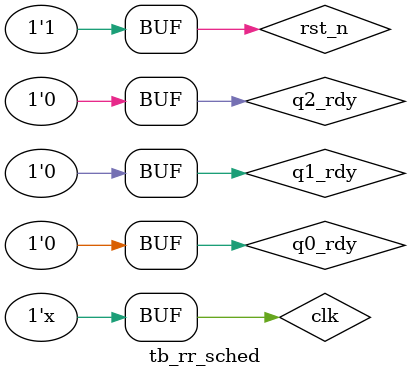
<source format=v>
`timescale 1ns / 1ps

module tb_rr_sched();
reg clk;
reg rst_n;
reg q0_rdy;
reg q1_rdy;
reg q2_rdy;
wire [2:0] sel;

initial begin
    clk = 0;
    rst_n = 0;
    q0_rdy = 0;
    q1_rdy = 0;
    q2_rdy = 0;
    #5
    rst_n = 1;
    #20
    q0_rdy = 1;
    q1_rdy = 1;
    q2_rdy = 1;
    #100
    q0_rdy = 1;
    q1_rdy = 1;
    q2_rdy = 0;
    #100
    q0_rdy = 1;
    q1_rdy = 0;
    q2_rdy = 0;
    #100
    q0_rdy = 0;
    q1_rdy = 0;
    q2_rdy = 0;
end

always #10 clk = ~clk;

rr_sched u_rr_sched(
    .clk(clk),
    .rst_n(rst_n),
    .q0_rdy(q0_rdy),
    .q1_rdy(q1_rdy),
    .q2_rdy(q2_rdy),
    .sel(sel)
    );
endmodule

</source>
